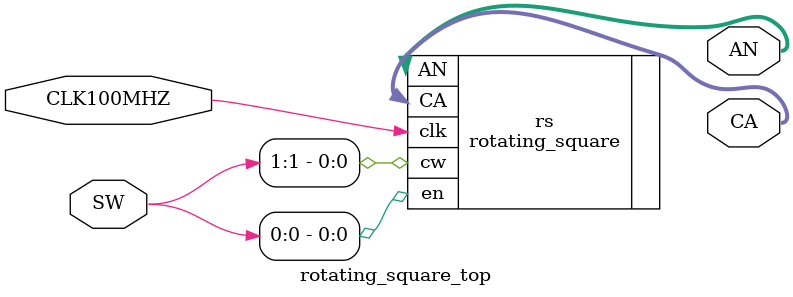
<source format=sv>
`timescale 1ns / 1ps


module rotating_square_top(
    input logic CLK100MHZ,
    input logic [1:0] SW,
    output logic [6:0] CA,
    output logic [7:0] AN
    );
    
    rotating_square# (.N(26)) rs(
        .clk(CLK100MHZ),
        .en(SW[0]),
        .cw(SW[1]),
        .CA(CA),
        .AN(AN)
    );
endmodule
</source>
